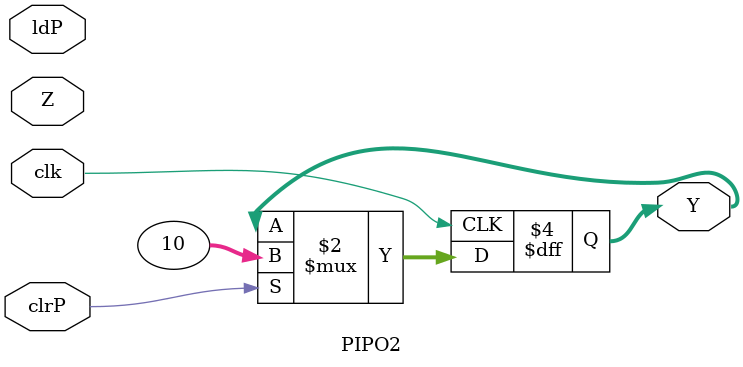
<source format=v>
module PIPO2(
    input [31:0] Z,
   
    input ldP,
     input clrP,
    input clk,
    output reg [31:0] Y
    );

always@(posedge clk)

    if(clrP)
            Y<= 32'b001010;
            
    //else if (ldP)     
            //Y<= Z;

endmodule
</source>
